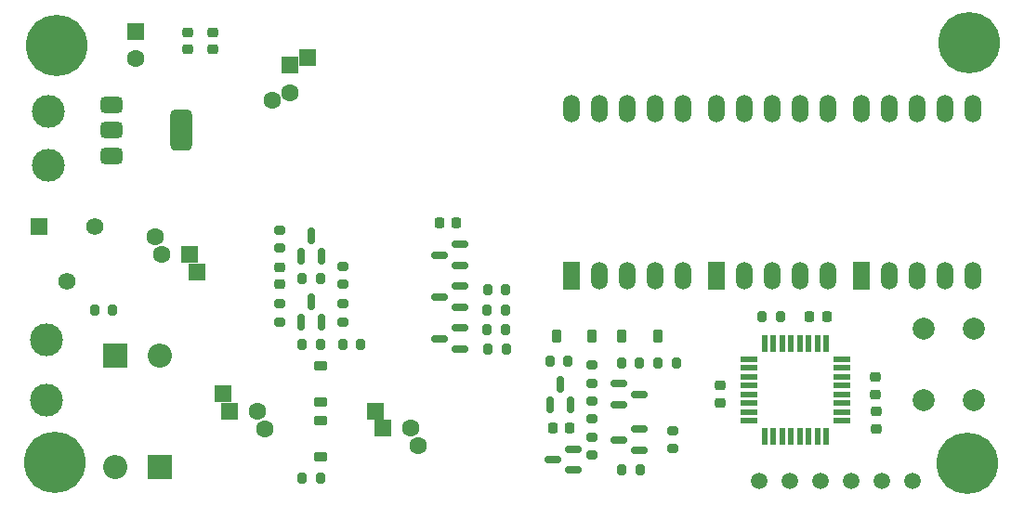
<source format=gbr>
%TF.GenerationSoftware,KiCad,Pcbnew,8.0.7*%
%TF.CreationDate,2025-05-12T19:41:04+03:00*%
%TF.ProjectId,esr_pr4,6573725f-7072-4342-9e6b-696361645f70,rev?*%
%TF.SameCoordinates,Original*%
%TF.FileFunction,Soldermask,Top*%
%TF.FilePolarity,Negative*%
%FSLAX46Y46*%
G04 Gerber Fmt 4.6, Leading zero omitted, Abs format (unit mm)*
G04 Created by KiCad (PCBNEW 8.0.7) date 2025-05-12 19:41:04*
%MOMM*%
%LPD*%
G01*
G04 APERTURE LIST*
G04 Aperture macros list*
%AMRoundRect*
0 Rectangle with rounded corners*
0 $1 Rounding radius*
0 $2 $3 $4 $5 $6 $7 $8 $9 X,Y pos of 4 corners*
0 Add a 4 corners polygon primitive as box body*
4,1,4,$2,$3,$4,$5,$6,$7,$8,$9,$2,$3,0*
0 Add four circle primitives for the rounded corners*
1,1,$1+$1,$2,$3*
1,1,$1+$1,$4,$5*
1,1,$1+$1,$6,$7*
1,1,$1+$1,$8,$9*
0 Add four rect primitives between the rounded corners*
20,1,$1+$1,$2,$3,$4,$5,0*
20,1,$1+$1,$4,$5,$6,$7,0*
20,1,$1+$1,$6,$7,$8,$9,0*
20,1,$1+$1,$8,$9,$2,$3,0*%
G04 Aperture macros list end*
%ADD10C,3.600000*%
%ADD11C,5.600000*%
%ADD12RoundRect,0.150000X0.587500X0.150000X-0.587500X0.150000X-0.587500X-0.150000X0.587500X-0.150000X0*%
%ADD13RoundRect,0.200000X-0.200000X-0.275000X0.200000X-0.275000X0.200000X0.275000X-0.200000X0.275000X0*%
%ADD14RoundRect,0.225000X-0.225000X-0.250000X0.225000X-0.250000X0.225000X0.250000X-0.225000X0.250000X0*%
%ADD15RoundRect,0.200000X0.275000X-0.200000X0.275000X0.200000X-0.275000X0.200000X-0.275000X-0.200000X0*%
%ADD16RoundRect,0.225000X-0.375000X0.225000X-0.375000X-0.225000X0.375000X-0.225000X0.375000X0.225000X0*%
%ADD17R,1.524000X2.524000*%
%ADD18O,1.524000X2.524000*%
%ADD19RoundRect,0.200000X0.200000X0.275000X-0.200000X0.275000X-0.200000X-0.275000X0.200000X-0.275000X0*%
%ADD20C,1.500000*%
%ADD21R,1.600000X1.600000*%
%ADD22C,1.600000*%
%ADD23R,1.560000X1.560000*%
%ADD24C,1.560000*%
%ADD25RoundRect,0.200000X-0.275000X0.200000X-0.275000X-0.200000X0.275000X-0.200000X0.275000X0.200000X0*%
%ADD26RoundRect,0.225000X-0.225000X-0.375000X0.225000X-0.375000X0.225000X0.375000X-0.225000X0.375000X0*%
%ADD27RoundRect,0.150000X0.150000X-0.587500X0.150000X0.587500X-0.150000X0.587500X-0.150000X-0.587500X0*%
%ADD28C,2.000000*%
%ADD29RoundRect,0.225000X0.250000X-0.225000X0.250000X0.225000X-0.250000X0.225000X-0.250000X-0.225000X0*%
%ADD30R,2.200000X2.200000*%
%ADD31O,2.200000X2.200000*%
%ADD32C,3.000000*%
%ADD33R,1.600000X0.550000*%
%ADD34R,0.550000X1.600000*%
%ADD35RoundRect,0.225000X0.225000X0.250000X-0.225000X0.250000X-0.225000X-0.250000X0.225000X-0.250000X0*%
%ADD36RoundRect,0.225000X-0.250000X0.225000X-0.250000X-0.225000X0.250000X-0.225000X0.250000X0.225000X0*%
%ADD37RoundRect,0.375000X-0.625000X-0.375000X0.625000X-0.375000X0.625000X0.375000X-0.625000X0.375000X0*%
%ADD38RoundRect,0.500000X-0.500000X-1.400000X0.500000X-1.400000X0.500000X1.400000X-0.500000X1.400000X0*%
%ADD39RoundRect,0.150000X-0.587500X-0.150000X0.587500X-0.150000X0.587500X0.150000X-0.587500X0.150000X0*%
G04 APERTURE END LIST*
D10*
%TO.C,H1*%
X103555800Y-53543200D03*
D11*
X103555800Y-53543200D03*
%TD*%
D10*
%TO.C,H4*%
X186750000Y-53300000D03*
D11*
X186750000Y-53300000D03*
%TD*%
D12*
%TO.C,QT7*%
X140321400Y-73584000D03*
X140321400Y-71684000D03*
X138446400Y-72634000D03*
%TD*%
D13*
%TO.C,R32*%
X167894000Y-78232000D03*
X169544000Y-78232000D03*
%TD*%
%TO.C,R12*%
X125984000Y-92964000D03*
X127634000Y-92964000D03*
%TD*%
D14*
%TO.C,C12*%
X138446400Y-69713000D03*
X139996400Y-69713000D03*
%TD*%
D15*
%TO.C,R7*%
X159689800Y-90309200D03*
X159689800Y-88659200D03*
%TD*%
D13*
%TO.C,R8*%
X148513800Y-82321400D03*
X150163800Y-82321400D03*
%TD*%
D15*
%TO.C,R15*%
X123952000Y-72009000D03*
X123952000Y-70359000D03*
%TD*%
D16*
%TO.C,D2*%
X127625000Y-87700000D03*
X127625000Y-91000000D03*
%TD*%
D17*
%TO.C,AFF2*%
X163690000Y-74559000D03*
D18*
X166230000Y-74559000D03*
X168770000Y-74559000D03*
X171310000Y-74559000D03*
X173850000Y-74559000D03*
X173850000Y-59319000D03*
X171310000Y-59319000D03*
X168770000Y-59319000D03*
X166230000Y-59319000D03*
X163690000Y-59319000D03*
%TD*%
D19*
%TO.C,R1*%
X156717000Y-82448400D03*
X155067000Y-82448400D03*
%TD*%
D20*
%TO.C,TP6*%
X170434000Y-93218000D03*
%TD*%
%TO.C,TP5*%
X173228000Y-93218000D03*
%TD*%
D10*
%TO.C,H2*%
X186600000Y-91625000D03*
D11*
X186600000Y-91625000D03*
%TD*%
D21*
%TO.C,CP4*%
X132658126Y-86850000D03*
X133329063Y-88450000D03*
D22*
X135829063Y-88450000D03*
X136500000Y-90050000D03*
%TD*%
D23*
%TO.C,RV21*%
X102025000Y-70035000D03*
D24*
X104525000Y-75035000D03*
X107025000Y-70035000D03*
%TD*%
D25*
%TO.C,R4*%
X152374600Y-89218000D03*
X152374600Y-90868000D03*
%TD*%
D15*
%TO.C,R2*%
X152400000Y-84328000D03*
X152400000Y-82678000D03*
%TD*%
D12*
%TO.C,Q5*%
X140321400Y-81204000D03*
X140321400Y-79304000D03*
X138446400Y-80254000D03*
%TD*%
D26*
%TO.C,D6*%
X155068000Y-80010000D03*
X158368000Y-80010000D03*
%TD*%
D27*
%TO.C,Q3*%
X148513800Y-86283800D03*
X150413800Y-86283800D03*
X149463800Y-84408800D03*
%TD*%
D28*
%TO.C,SW1*%
X182626000Y-85852000D03*
X182626000Y-79352000D03*
X187126000Y-85852000D03*
X187126000Y-79352000D03*
%TD*%
D16*
%TO.C,D1*%
X127625000Y-82775000D03*
X127625000Y-86075000D03*
%TD*%
D20*
%TO.C,TP3*%
X167640000Y-93218000D03*
%TD*%
D21*
%TO.C,CP6*%
X118709063Y-85268000D03*
X119380000Y-86868000D03*
D22*
X121880000Y-86868000D03*
X122550937Y-88468000D03*
%TD*%
D29*
%TO.C,C13*%
X178231800Y-88468200D03*
X178231800Y-86918200D03*
%TD*%
D13*
%TO.C,R18*%
X142825200Y-77698600D03*
X144475200Y-77698600D03*
%TD*%
D29*
%TO.C,C4*%
X178225000Y-85344000D03*
X178225000Y-83794000D03*
%TD*%
D30*
%TO.C,D7*%
X108966000Y-81788000D03*
D31*
X108966000Y-91948000D03*
%TD*%
D30*
%TO.C,D8*%
X113030000Y-91948000D03*
D31*
X113030000Y-81788000D03*
%TD*%
D32*
%TO.C,TP8*%
X102800000Y-59550000D03*
%TD*%
D12*
%TO.C,Q4*%
X140321400Y-77394000D03*
X140321400Y-75494000D03*
X138446400Y-76444000D03*
%TD*%
D26*
%TO.C,D5*%
X149100000Y-80010000D03*
X152400000Y-80010000D03*
%TD*%
D32*
%TO.C,TP9*%
X102675000Y-85875000D03*
%TD*%
D27*
%TO.C,Q6*%
X125862000Y-72771000D03*
X127762000Y-72771000D03*
X126812000Y-70896000D03*
%TD*%
D12*
%TO.C,Q2*%
X156715700Y-90434200D03*
X156715700Y-88534200D03*
X154840700Y-89484200D03*
%TD*%
D29*
%TO.C,C7*%
X115570000Y-53861000D03*
X115570000Y-52311000D03*
%TD*%
D13*
%TO.C,R19*%
X142901400Y-81254600D03*
X144551400Y-81254600D03*
%TD*%
D12*
%TO.C,QT4*%
X150645100Y-92237600D03*
X150645100Y-90337600D03*
X148770100Y-91287600D03*
%TD*%
D32*
%TO.C,TP10*%
X102625000Y-80375000D03*
%TD*%
D15*
%TO.C,R14*%
X123952000Y-78740000D03*
X123952000Y-77090000D03*
%TD*%
D33*
%TO.C,U1*%
X166650000Y-82144000D03*
X166650000Y-82944000D03*
X166650000Y-83744000D03*
X166650000Y-84544000D03*
X166650000Y-85344000D03*
X166650000Y-86144000D03*
X166650000Y-86944000D03*
X166650000Y-87744000D03*
D34*
X168100000Y-89194000D03*
X168900000Y-89194000D03*
X169700000Y-89194000D03*
X170500000Y-89194000D03*
X171300000Y-89194000D03*
X172100000Y-89194000D03*
X172900000Y-89194000D03*
X173700000Y-89194000D03*
D33*
X175150000Y-87744000D03*
X175150000Y-86944000D03*
X175150000Y-86144000D03*
X175150000Y-85344000D03*
X175150000Y-84544000D03*
X175150000Y-83744000D03*
X175150000Y-82944000D03*
X175150000Y-82144000D03*
D34*
X173700000Y-80694000D03*
X172900000Y-80694000D03*
X172100000Y-80694000D03*
X171300000Y-80694000D03*
X170500000Y-80694000D03*
X169700000Y-80694000D03*
X168900000Y-80694000D03*
X168100000Y-80694000D03*
%TD*%
D13*
%TO.C,R6*%
X158407600Y-82448400D03*
X160057600Y-82448400D03*
%TD*%
D20*
%TO.C,TP4*%
X176022000Y-93218000D03*
%TD*%
D21*
%TO.C,CP3*%
X110820200Y-52236488D03*
D22*
X110820200Y-54736488D03*
%TD*%
D14*
%TO.C,C14*%
X172212000Y-78232000D03*
X173762000Y-78232000D03*
%TD*%
D15*
%TO.C,R10*%
X129667000Y-75311000D03*
X129667000Y-73661000D03*
%TD*%
D13*
%TO.C,R11*%
X107023400Y-77698600D03*
X108673400Y-77698600D03*
%TD*%
D20*
%TO.C,TP1*%
X181610000Y-93218000D03*
%TD*%
D10*
%TO.C,H3*%
X103450000Y-91550000D03*
D11*
X103450000Y-91550000D03*
%TD*%
D19*
%TO.C,R9*%
X156730200Y-92252800D03*
X155080200Y-92252800D03*
%TD*%
D15*
%TO.C,R3*%
X152400000Y-87566000D03*
X152400000Y-85916000D03*
%TD*%
D35*
%TO.C,C2*%
X150330200Y-88392000D03*
X148780200Y-88392000D03*
%TD*%
D36*
%TO.C,C11*%
X164084000Y-84556000D03*
X164084000Y-86106000D03*
%TD*%
D37*
%TO.C,U2*%
X108610000Y-58964800D03*
X108610000Y-61264800D03*
D38*
X114910000Y-61264800D03*
D37*
X108610000Y-63564800D03*
%TD*%
D19*
%TO.C,R13*%
X127634000Y-80772000D03*
X125984000Y-80772000D03*
%TD*%
%TO.C,R17*%
X144474200Y-79400400D03*
X142824200Y-79400400D03*
%TD*%
%TO.C,R22*%
X131317000Y-80772000D03*
X129667000Y-80772000D03*
%TD*%
D20*
%TO.C,TP2*%
X178816000Y-93218000D03*
%TD*%
D27*
%TO.C,QT6*%
X125862000Y-78740000D03*
X127762000Y-78740000D03*
X126812000Y-76865000D03*
%TD*%
D21*
%TO.C,CP5*%
X116370937Y-74175000D03*
X115700000Y-72575000D03*
D22*
X113200000Y-72575000D03*
X112529063Y-70975000D03*
%TD*%
D19*
%TO.C,R16*%
X144499600Y-75768200D03*
X142849600Y-75768200D03*
%TD*%
D29*
%TO.C,C1*%
X123952000Y-75311000D03*
X123952000Y-73761000D03*
%TD*%
D25*
%TO.C,R5*%
X129667000Y-77090000D03*
X129667000Y-78740000D03*
%TD*%
D32*
%TO.C,TP7*%
X102800000Y-64425000D03*
%TD*%
D39*
%TO.C,Q1*%
X154838400Y-84378800D03*
X154838400Y-86278800D03*
X156713400Y-85328800D03*
%TD*%
D17*
%TO.C,AFF3*%
X176898000Y-74559000D03*
D18*
X179438000Y-74559000D03*
X181978000Y-74559000D03*
X184518000Y-74559000D03*
X187058000Y-74559000D03*
X187058000Y-59319000D03*
X184518000Y-59319000D03*
X181978000Y-59319000D03*
X179438000Y-59319000D03*
X176898000Y-59319000D03*
%TD*%
D19*
%TO.C,R20*%
X127635000Y-74803000D03*
X125985000Y-74803000D03*
%TD*%
D21*
%TO.C,CP10*%
X126450000Y-54661386D03*
X124850000Y-55332323D03*
D22*
X124850000Y-57832323D03*
X123250000Y-58503260D03*
%TD*%
D17*
%TO.C,AFF1*%
X150482000Y-74559000D03*
D18*
X153022000Y-74559000D03*
X155562000Y-74559000D03*
X158102000Y-74559000D03*
X160642000Y-74559000D03*
X160642000Y-59319000D03*
X158102000Y-59319000D03*
X155562000Y-59319000D03*
X153022000Y-59319000D03*
X150482000Y-59319000D03*
%TD*%
D29*
%TO.C,C9*%
X117856000Y-53861000D03*
X117856000Y-52311000D03*
%TD*%
M02*

</source>
